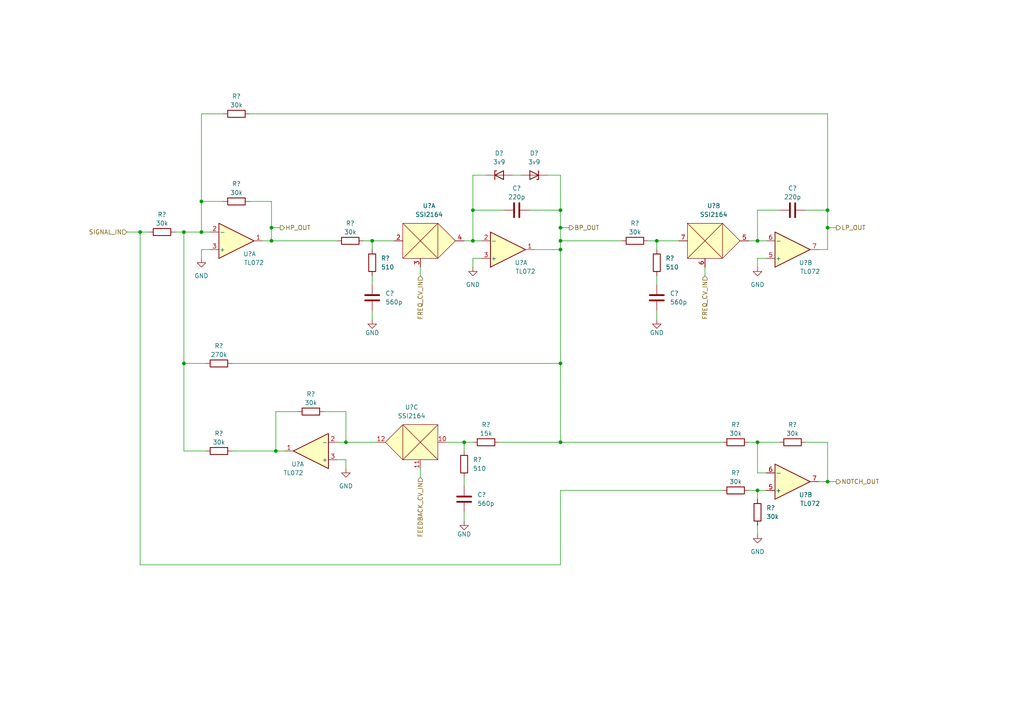
<source format=kicad_sch>
(kicad_sch (version 20211123) (generator eeschema)
  (paper "A4")
  (title_block (title "Josh Ox Ribbon Synth VCF/VCA board") (date "2022-05-30") (rev "0") (comment 1 "creativecommons.org/licenses/by/4.0/") (comment 2 "License: CC by 4.0") (comment 3 "Author: Jordan Aceto") (comment 4 "Author: Jordan Aceto"))
  (lib_symbols
    (symbol "Amplifier_Operational:TL072" (pin_names (offset 0.127))
      (property "Reference" "U" (at 0 5.08 0))
      (property "Value" "TL072" (at 0 -5.08 0))
      (symbol "TL072_1_1"
        (polyline (pts (xy -5.08 5.08) (xy 5.08 0) (xy -5.08 -5.08) (xy -5.08 5.08)) (stroke (width 0.254)) (fill (type background)))
        (pin output line (at 7.62 0 180) (length 2.54) (name "~") (number "1"))
        (pin input line (at -7.62 -2.54 0) (length 2.54) (name "-") (number "2"))
        (pin input line (at -7.62 2.54 0) (length 2.54) (name "+") (number "3"))
      )
      (symbol "TL072_2_1"
        (polyline (pts (xy -5.08 5.08) (xy 5.08 0) (xy -5.08 -5.08) (xy -5.08 5.08)) (stroke (width 0.254)) (fill (type background)))
        (pin input line (at -7.62 2.54 0) (length 2.54) (name "+") (number "5"))
        (pin input line (at -7.62 -2.54 0) (length 2.54) (name "-") (number "6"))
        (pin output line (at 7.62 0 180) (length 2.54) (name "~") (number "7"))
      )
      (symbol "TL072_3_1"
        (pin power_in line (at -2.54 -7.62 90) (length 3.81) (name "V-") (number "4"))
        (pin power_in line (at -2.54 7.62 270) (length 3.81) (name "V+") (number "8"))
      )
    )
    (symbol "Device:C" (pin_numbers hide) (pin_names (offset 0.254))
      (property "Reference" "C" (at 0.635 2.54 0))
      (property "Value" "C" (at 0.635 -2.54 0))
      (symbol "C_0_1"
        (polyline (pts (xy -2.032 -0.762) (xy 2.032 -0.762)) (stroke (width 0.508)))
        (polyline (pts (xy -2.032 0.762) (xy 2.032 0.762)) (stroke (width 0.508)))
      )
      (symbol "C_1_1"
        (pin passive line (at 0 3.81 270) (length 2.794) (name "~") (number "1"))
        (pin passive line (at 0 -3.81 90) (length 2.794) (name "~") (number "2"))
      )
    )
    (symbol "Device:D_Zener" (pin_numbers hide) (pin_names (offset 1.016) hide)
      (property "Reference" "D" (at 0 2.54 0))
      (property "Value" "D_Zener" (at 0 -2.54 0))
      (symbol "D_Zener_0_1"
        (polyline (pts (xy 1.27 0) (xy -1.27 0)))
        (polyline (pts (xy -1.27 -1.27) (xy -1.27 1.27) (xy -0.762 1.27)) (stroke (width 0.254)))
        (polyline (pts (xy 1.27 -1.27) (xy 1.27 1.27) (xy -1.27 0) (xy 1.27 -1.27)) (stroke (width 0.254)))
      )
      (symbol "D_Zener_1_1"
        (pin passive line (at -3.81 0 0) (length 2.54) (name "K") (number "1"))
        (pin passive line (at 3.81 0 180) (length 2.54) (name "A") (number "2"))
      )
    )
    (symbol "Device:R" (pin_numbers hide) (pin_names (offset 0))
      (property "Reference" "R" (at 2.032 0 90))
      (property "Value" "R" (at 0 0 90))
      (symbol "R_0_1"
        (rectangle (start -1.016 -2.54) (end 1.016 2.54) (stroke (width 0.254)))
      )
      (symbol "R_1_1"
        (pin passive line (at 0 3.81 270) (length 1.27) (name "~") (number "1"))
        (pin passive line (at 0 -3.81 90) (length 1.27) (name "~") (number "2"))
      )
    )
    (symbol "custom_symbols:SSI2164" (pin_names (offset 1.016))
      (property "Reference" "U?" (at 0 10.16 0))
      (property "Value" "SSI2164" (at 0 7.62 0))
      (symbol "SSI2164_1_1"
        (rectangle (start -5.08 5.08) (end 5.08 -5.08) (fill (type background)))
        (polyline (pts (xy 5.08 5.08) (xy -5.08 -5.08)))
        (polyline (pts (xy 5.08 5.08) (xy 10.16 0) (xy 5.08 -5.08) (xy -5.08 5.08)) (fill (type background)))
        (pin input line (at -7.62 0 0) (length 2.54) (name "~") (number "2"))
        (pin input line (at 0 -7.62 90) (length 2.54) (name "~") (number "3"))
        (pin output line (at 12.7 0 180) (length 2.54) (name "~") (number "4"))
      )
      (symbol "SSI2164_2_1"
        (rectangle (start -5.08 5.08) (end 5.08 -5.08) (fill (type background)))
        (polyline (pts (xy 5.08 5.08) (xy -5.08 -5.08)))
        (polyline (pts (xy 5.08 5.08) (xy 10.16 0) (xy 5.08 -5.08) (xy -5.08 5.08)) (fill (type background)))
        (pin output line (at 12.7 0 180) (length 2.54) (name "~") (number "5"))
        (pin input line (at 0 -7.62 90) (length 2.54) (name "~") (number "6"))
        (pin input line (at -7.62 0 0) (length 2.54) (name "~") (number "7"))
      )
      (symbol "SSI2164_3_1"
        (rectangle (start -5.08 5.08) (end 5.08 -5.08) (fill (type background)))
        (polyline (pts (xy 5.08 5.08) (xy -5.08 -5.08)))
        (polyline (pts (xy 5.08 5.08) (xy 10.16 0) (xy 5.08 -5.08) (xy -5.08 5.08)) (fill (type background)))
        (pin input line (at -7.62 0 0) (length 2.54) (name "~") (number "10"))
        (pin input line (at 0 -7.62 90) (length 2.54) (name "~") (number "11"))
        (pin output line (at 12.7 0 180) (length 2.54) (name "~") (number "12"))
      )
      (symbol "SSI2164_4_1"
        (rectangle (start -5.08 5.08) (end 5.08 -5.08) (fill (type background)))
        (polyline (pts (xy 5.08 5.08) (xy -5.08 -5.08)))
        (polyline (pts (xy 5.08 5.08) (xy 10.16 0) (xy 5.08 -5.08) (xy -5.08 5.08)) (fill (type background)))
        (pin output line (at 12.7 0 180) (length 2.54) (name "~") (number "13"))
        (pin input line (at 0 -7.62 90) (length 2.54) (name "~") (number "14"))
        (pin input line (at -7.62 0 0) (length 2.54) (name "~") (number "15"))
      )
      (symbol "SSI2164_5_1"
        (pin input line (at 2.54 -10.16 180) (length 2.54) (name "mode") (number "1"))
        (pin power_in line (at 2.54 5.08 180) (length 2.54) (name "V+") (number "16"))
        (pin power_in line (at 2.54 0 180) (length 2.54) (name "gnd") (number "8"))
        (pin power_in line (at 2.54 -5.08 180) (length 2.54) (name "V-") (number "9"))
      )
    )
    (symbol "power:GND" (power) (pin_names (offset 0))
      (property "Value" "GND" (at 0 -3.81 0))
      (symbol "GND_0_1"
        (polyline (pts (xy 0 0) (xy 0 -1.27) (xy 1.27 -1.27) (xy 0 -2.54) (xy -1.27 -1.27) (xy 0 -1.27)))
      )
      (symbol "GND_1_1"
        (pin power_in line (at 0 0 270) (length 0) hide (name "GND") (number "1"))
      )
    )
  )
  (junction (at 78.74 69.85))
  (junction (at 58.42 67.31))
  (junction (at 80.01 130.81))
  (junction (at 107.95 69.85))
  (junction (at 162.56 69.85))
  (junction (at 162.56 128.27))
  (junction (at 219.71 142.24))
  (junction (at 162.56 72.39))
  (junction (at 100.33 128.27))
  (junction (at 58.42 58.42))
  (junction (at 134.62 128.27))
  (junction (at 162.56 60.96))
  (junction (at 219.71 128.27))
  (junction (at 162.56 105.41))
  (junction (at 240.03 66.04))
  (junction (at 240.03 60.96))
  (junction (at 78.74 66.04))
  (junction (at 190.5 69.85))
  (junction (at 40.64 67.31))
  (junction (at 137.16 69.85))
  (junction (at 240.03 139.7))
  (junction (at 162.56 66.04))
  (junction (at 53.34 105.41))
  (junction (at 53.34 67.31))
  (junction (at 219.71 69.85))
  (junction (at 137.16 60.96))
  (wire (pts (xy 190.5 80.01) (xy 190.5 82.55)))
  (wire (pts (xy 78.74 66.04) (xy 81.28 66.04)))
  (wire (pts (xy 153.67 60.96) (xy 162.56 60.96)))
  (wire (pts (xy 129.54 128.27) (xy 134.62 128.27)))
  (wire (pts (xy 162.56 50.8) (xy 162.56 60.96)))
  (wire (pts (xy 162.56 72.39) (xy 162.56 69.85)))
  (wire (pts (xy 58.42 74.93) (xy 58.42 72.39)))
  (wire (pts (xy 219.71 60.96) (xy 226.06 60.96)))
  (wire (pts (xy 162.56 142.24) (xy 209.55 142.24)))
  (wire (pts (xy 137.16 60.96) (xy 146.05 60.96)))
  (wire (pts (xy 162.56 128.27) (xy 209.55 128.27)))
  (wire (pts (xy 162.56 105.41) (xy 162.56 128.27)))
  (wire (pts (xy 240.03 139.7) (xy 242.57 139.7)))
  (wire (pts (xy 58.42 67.31) (xy 58.42 58.42)))
  (wire (pts (xy 78.74 69.85) (xy 97.79 69.85)))
  (wire (pts (xy 58.42 33.02) (xy 58.42 58.42)))
  (wire (pts (xy 36.83 67.31) (xy 40.64 67.31)))
  (wire (pts (xy 53.34 105.41) (xy 59.69 105.41)))
  (wire (pts (xy 134.62 128.27) (xy 137.16 128.27)))
  (wire (pts (xy 240.03 60.96) (xy 240.03 33.02)))
  (wire (pts (xy 237.49 139.7) (xy 240.03 139.7)))
  (wire (pts (xy 222.25 69.85) (xy 219.71 69.85)))
  (wire (pts (xy 107.95 69.85) (xy 114.3 69.85)))
  (wire (pts (xy 80.01 130.81) (xy 67.31 130.81)))
  (wire (pts (xy 219.71 128.27) (xy 226.06 128.27)))
  (wire (pts (xy 107.95 72.39) (xy 107.95 69.85)))
  (wire (pts (xy 107.95 80.01) (xy 107.95 82.55)))
  (wire (pts (xy 217.17 69.85) (xy 219.71 69.85)))
  (wire (pts (xy 219.71 142.24) (xy 222.25 142.24)))
  (wire (pts (xy 134.62 138.43) (xy 134.62 140.97)))
  (wire (pts (xy 58.42 67.31) (xy 60.96 67.31)))
  (wire (pts (xy 53.34 105.41) (xy 53.34 130.81)))
  (wire (pts (xy 134.62 148.59) (xy 134.62 151.13)))
  (wire (pts (xy 78.74 58.42) (xy 72.39 58.42)))
  (wire (pts (xy 78.74 69.85) (xy 78.74 66.04)))
  (wire (pts (xy 139.7 69.85) (xy 137.16 69.85)))
  (wire (pts (xy 190.5 90.17) (xy 190.5 92.71)))
  (wire (pts (xy 40.64 67.31) (xy 40.64 163.83)))
  (wire (pts (xy 134.62 69.85) (xy 137.16 69.85)))
  (wire (pts (xy 219.71 142.24) (xy 219.71 144.78)))
  (wire (pts (xy 59.69 130.81) (xy 53.34 130.81)))
  (wire (pts (xy 190.5 69.85) (xy 196.85 69.85)))
  (wire (pts (xy 219.71 77.47) (xy 219.71 74.93)))
  (wire (pts (xy 80.01 119.38) (xy 86.36 119.38)))
  (wire (pts (xy 100.33 135.89) (xy 100.33 133.35)))
  (wire (pts (xy 107.95 69.85) (xy 105.41 69.85)))
  (wire (pts (xy 137.16 77.47) (xy 137.16 74.93)))
  (wire (pts (xy 40.64 67.31) (xy 43.18 67.31)))
  (wire (pts (xy 233.68 60.96) (xy 240.03 60.96)))
  (wire (pts (xy 162.56 72.39) (xy 162.56 105.41)))
  (wire (pts (xy 100.33 119.38) (xy 93.98 119.38)))
  (wire (pts (xy 76.2 69.85) (xy 78.74 69.85)))
  (wire (pts (xy 40.64 163.83) (xy 162.56 163.83)))
  (wire (pts (xy 240.03 139.7) (xy 240.03 128.27)))
  (wire (pts (xy 80.01 130.81) (xy 80.01 119.38)))
  (wire (pts (xy 190.5 69.85) (xy 187.96 69.85)))
  (wire (pts (xy 97.79 128.27) (xy 100.33 128.27)))
  (wire (pts (xy 100.33 128.27) (xy 109.22 128.27)))
  (wire (pts (xy 190.5 72.39) (xy 190.5 69.85)))
  (wire (pts (xy 58.42 33.02) (xy 64.77 33.02)))
  (wire (pts (xy 121.92 77.47) (xy 121.92 80.01)))
  (wire (pts (xy 58.42 58.42) (xy 64.77 58.42)))
  (wire (pts (xy 78.74 66.04) (xy 78.74 58.42)))
  (wire (pts (xy 82.55 130.81) (xy 80.01 130.81)))
  (wire (pts (xy 100.33 128.27) (xy 100.33 119.38)))
  (wire (pts (xy 137.16 50.8) (xy 137.16 60.96)))
  (wire (pts (xy 162.56 163.83) (xy 162.56 142.24)))
  (wire (pts (xy 97.79 133.35) (xy 100.33 133.35)))
  (wire (pts (xy 219.71 137.16) (xy 222.25 137.16)))
  (wire (pts (xy 67.31 105.41) (xy 162.56 105.41)))
  (wire (pts (xy 240.03 66.04) (xy 240.03 72.39)))
  (wire (pts (xy 219.71 74.93) (xy 222.25 74.93)))
  (wire (pts (xy 162.56 66.04) (xy 165.1 66.04)))
  (wire (pts (xy 107.95 90.17) (xy 107.95 92.71)))
  (wire (pts (xy 121.92 135.89) (xy 121.92 138.43)))
  (wire (pts (xy 148.59 50.8) (xy 151.13 50.8)))
  (wire (pts (xy 240.03 128.27) (xy 233.68 128.27)))
  (wire (pts (xy 162.56 66.04) (xy 162.56 60.96)))
  (wire (pts (xy 162.56 128.27) (xy 144.78 128.27)))
  (wire (pts (xy 219.71 137.16) (xy 219.71 128.27)))
  (wire (pts (xy 240.03 60.96) (xy 240.03 66.04)))
  (wire (pts (xy 240.03 66.04) (xy 242.57 66.04)))
  (wire (pts (xy 137.16 74.93) (xy 139.7 74.93)))
  (wire (pts (xy 204.47 77.47) (xy 204.47 80.01)))
  (wire (pts (xy 72.39 33.02) (xy 240.03 33.02)))
  (wire (pts (xy 154.94 72.39) (xy 162.56 72.39)))
  (wire (pts (xy 58.42 72.39) (xy 60.96 72.39)))
  (wire (pts (xy 53.34 67.31) (xy 58.42 67.31)))
  (wire (pts (xy 162.56 69.85) (xy 180.34 69.85)))
  (wire (pts (xy 217.17 128.27) (xy 219.71 128.27)))
  (wire (pts (xy 162.56 69.85) (xy 162.56 66.04)))
  (wire (pts (xy 50.8 67.31) (xy 53.34 67.31)))
  (wire (pts (xy 53.34 67.31) (xy 53.34 105.41)))
  (wire (pts (xy 217.17 142.24) (xy 219.71 142.24)))
  (wire (pts (xy 134.62 128.27) (xy 134.62 130.81)))
  (wire (pts (xy 219.71 69.85) (xy 219.71 60.96)))
  (wire (pts (xy 237.49 72.39) (xy 240.03 72.39)))
  (wire (pts (xy 158.75 50.8) (xy 162.56 50.8)))
  (wire (pts (xy 219.71 152.4) (xy 219.71 154.94)))
  (wire (pts (xy 137.16 69.85) (xy 137.16 60.96)))
  (wire (pts (xy 140.97 50.8) (xy 137.16 50.8)))
  (hierarchical_label "SIGNAL_IN" (shape input) (at 36.83 67.31 180))
  (hierarchical_label "FREQ_CV_IN" (shape input) (at 121.92 80.01 270))
  (hierarchical_label "BP_OUT" (shape output) (at 165.1 66.04 0))
  (hierarchical_label "HP_OUT" (shape output) (at 81.28 66.04 0))
  (hierarchical_label "FREQ_CV_IN" (shape input) (at 204.47 80.01 270))
  (hierarchical_label "NOTCH_OUT" (shape output) (at 242.57 139.7 0))
  (hierarchical_label "FEEDBACK_CV_IN" (shape input) (at 121.92 138.43 270))
  (hierarchical_label "LP_OUT" (shape output) (at 242.57 66.04 0))
  (symbol (lib_id "power:GND") (at 58.42 74.93 0) (unit 1)
    (property "Reference" "#PWR?" (effects hide))
    (property "Value" "GND" (at 58.42 80.01 0))
  )
  (symbol (lib_id "Device:C") (at 190.5 86.36 0) (unit 1)
    (property "Reference" "C?" (at 194.31 85.0899 0) (effects (justify left)))
    (property "Value" "560p" (at 194.31 87.6299 0) (effects (justify left)))
  )
  (symbol (lib_id "Amplifier_Operational:TL072") (at 68.58 69.85 0) (mirror x) (unit 1)
    (property "Reference" "U?" (at 72.39 73.66 0))
    (property "Value" "TL072" (at 73.66 76.2 0))
    (property "Datasheet" "http://www.ti.com/lit/ds/symlink/tl071.pdf" (effects hide))
  )
  (symbol (lib_id "Device:R") (at 63.5 105.41 90) (unit 1)
    (property "Reference" "R?" (at 63.5 100.33 90))
    (property "Value" "270k" (at 63.5 102.87 90))
  )
  (symbol (lib_id "Amplifier_Operational:TL072") (at 90.17 130.81 180) (unit 1)
    (property "Reference" "U?" (at 86.36 134.62 0))
    (property "Value" "TL072" (at 85.09 137.16 0))
    (property "Datasheet" "http://www.ti.com/lit/ds/symlink/tl071.pdf" (effects hide))
  )
  (symbol (lib_id "power:GND") (at 137.16 77.47 0) (unit 1)
    (property "Reference" "#PWR?" (effects hide))
    (property "Value" "GND" (at 137.16 82.55 0))
  )
  (symbol (lib_id "Device:R") (at 63.5 130.81 90) (unit 1)
    (property "Reference" "R?" (at 63.5 125.73 90))
    (property "Value" "30k" (at 63.5 128.27 90))
  )
  (symbol (lib_id "custom_symbols:SSI2164") (at 121.92 128.27 0) (mirror y) (unit 3)
    (property "Reference" "U?" (at 119.38 118.11 0))
    (property "Value" "SSI2164" (at 119.38 120.65 0))
    (property "Footprint" "Package_SO:SOIC-16_3.9x9.9mm_P1.27mm" (effects hide))
    (property "Datasheet" "https://www.soundsemiconductor.com/downloads/ssi2164datasheet.pdf" (effects hide))
  )
  (symbol (lib_id "Device:C") (at 149.86 60.96 90) (unit 1)
    (property "Reference" "C?" (at 149.86 54.61 90))
    (property "Value" "220p" (at 149.86 57.15 90))
  )
  (symbol (lib_id "Device:R") (at 68.58 58.42 90) (unit 1)
    (property "Reference" "R?" (at 68.58 53.34 90))
    (property "Value" "30k" (at 68.58 55.88 90))
  )
  (symbol (lib_id "Device:R") (at 46.99 67.31 90) (unit 1)
    (property "Reference" "R?" (at 46.99 62.23 90))
    (property "Value" "30k" (at 46.99 64.77 90))
  )
  (symbol (lib_id "Device:R") (at 107.95 76.2 0) (unit 1)
    (property "Reference" "R?" (at 110.49 74.9299 0) (effects (justify left)))
    (property "Value" "510" (at 110.49 77.4699 0) (effects (justify left)))
  )
  (symbol (lib_id "Amplifier_Operational:TL072") (at 229.87 72.39 0) (mirror x) (unit 2)
    (property "Reference" "U?" (at 233.68 76.2 0))
    (property "Value" "TL072" (at 234.95 78.74 0))
    (property "Datasheet" "http://www.ti.com/lit/ds/symlink/tl071.pdf" (effects hide))
  )
  (symbol (lib_id "Device:R") (at 68.58 33.02 90) (unit 1)
    (property "Reference" "R?" (at 68.58 27.94 90))
    (property "Value" "30k" (at 68.58 30.48 90))
  )
  (symbol (lib_id "Device:R") (at 101.6 69.85 90) (unit 1)
    (property "Reference" "R?" (at 101.6 64.77 90))
    (property "Value" "30k" (at 101.6 67.31 90))
  )
  (symbol (lib_id "Device:R") (at 213.36 128.27 90) (unit 1)
    (property "Reference" "R?" (at 213.36 123.19 90))
    (property "Value" "30k" (at 213.36 125.73 90))
  )
  (symbol (lib_id "power:GND") (at 190.5 92.71 0) (unit 1)
    (property "Reference" "#PWR?" (effects hide))
    (property "Value" "GND" (at 190.5 96.52 0))
  )
  (symbol (lib_id "power:GND") (at 107.95 92.71 0) (unit 1)
    (property "Reference" "#PWR?" (effects hide))
    (property "Value" "GND" (at 107.95 96.52 0))
  )
  (symbol (lib_id "Device:R") (at 229.87 128.27 90) (unit 1)
    (property "Reference" "R?" (at 229.87 123.19 90))
    (property "Value" "30k" (at 229.87 125.73 90))
  )
  (symbol (lib_id "Device:C") (at 229.87 60.96 90) (unit 1)
    (property "Reference" "C?" (at 229.87 54.61 90))
    (property "Value" "220p" (at 229.87 57.15 90))
  )
  (symbol (lib_id "power:GND") (at 100.33 135.89 0) (mirror y) (unit 1)
    (property "Reference" "#PWR?" (effects hide))
    (property "Value" "~" (at 100.33 140.97 0))
  )
  (symbol (lib_id "Device:R") (at 184.15 69.85 90) (unit 1)
    (property "Reference" "R?" (at 184.15 64.77 90))
    (property "Value" "30k" (at 184.15 67.31 90))
  )
  (symbol (lib_id "power:GND") (at 219.71 77.47 0) (unit 1)
    (property "Reference" "#PWR?" (effects hide))
    (property "Value" "GND" (at 219.71 82.55 0))
  )
  (symbol (lib_id "Device:C") (at 107.95 86.36 0) (unit 1)
    (property "Reference" "C?" (at 111.76 85.0899 0) (effects (justify left)))
    (property "Value" "560p" (at 111.76 87.6299 0) (effects (justify left)))
  )
  (symbol (lib_id "Device:C") (at 134.62 144.78 0) (unit 1)
    (property "Reference" "C?" (at 138.43 143.5099 0) (effects (justify left)))
    (property "Value" "560p" (at 138.43 146.0499 0) (effects (justify left)))
  )
  (symbol (lib_id "Device:R") (at 213.36 142.24 90) (unit 1)
    (property "Reference" "R?" (at 213.36 137.16 90))
    (property "Value" "30k" (at 213.36 139.7 90))
  )
  (symbol (lib_id "Amplifier_Operational:TL072") (at 147.32 72.39 0) (mirror x) (unit 1)
    (property "Reference" "U?" (at 151.13 76.2 0))
    (property "Value" "TL072" (at 152.4 78.74 0))
    (property "Datasheet" "http://www.ti.com/lit/ds/symlink/tl071.pdf" (effects hide))
  )
  (symbol (lib_id "Device:R") (at 219.71 148.59 0) (unit 1)
    (property "Reference" "R?" (at 222.25 147.3199 0) (effects (justify left)))
    (property "Value" "30k" (at 222.25 149.8599 0) (effects (justify left)))
  )
  (symbol (lib_id "custom_symbols:SSI2164") (at 121.92 69.85 0) (unit 1)
    (property "Reference" "U?" (at 124.46 59.69 0))
    (property "Value" "SSI2164" (at 124.46 62.23 0))
    (property "Footprint" "Package_SO:SOIC-16_3.9x9.9mm_P1.27mm" (effects hide))
    (property "Datasheet" "https://www.soundsemiconductor.com/downloads/ssi2164datasheet.pdf" (effects hide))
  )
  (symbol (lib_id "Device:R") (at 190.5 76.2 0) (unit 1)
    (property "Reference" "R?" (at 193.04 74.9299 0) (effects (justify left)))
    (property "Value" "510" (at 193.04 77.4699 0) (effects (justify left)))
  )
  (symbol (lib_id "Device:R") (at 134.62 134.62 0) (unit 1)
    (property "Reference" "R?" (at 137.16 133.3499 0) (effects (justify left)))
    (property "Value" "510" (at 137.16 135.8899 0) (effects (justify left)))
  )
  (symbol (lib_id "power:GND") (at 219.71 154.94 0) (unit 1)
    (property "Reference" "#PWR?" (effects hide))
    (property "Value" "GND" (at 219.71 160.02 0))
  )
  (symbol (lib_id "Device:D_Zener") (at 144.78 50.8 0) (unit 1)
    (property "Reference" "D?" (at 144.78 44.45 0))
    (property "Value" "3v9" (at 144.78 46.99 0))
  )
  (symbol (lib_id "Device:D_Zener") (at 154.94 50.8 180) (unit 1)
    (property "Reference" "D?" (at 154.94 44.45 0))
    (property "Value" "3v9" (at 154.94 46.99 0))
  )
  (symbol (lib_id "custom_symbols:SSI2164") (at 204.47 69.85 0) (unit 2)
    (property "Reference" "U?" (at 207.01 59.69 0))
    (property "Value" "SSI2164" (at 207.01 62.23 0))
    (property "Footprint" "Package_SO:SOIC-16_3.9x9.9mm_P1.27mm" (effects hide))
    (property "Datasheet" "https://www.soundsemiconductor.com/downloads/ssi2164datasheet.pdf" (effects hide))
  )
  (symbol (lib_id "Device:R") (at 90.17 119.38 270) (mirror x) (unit 1)
    (property "Reference" "R?" (at 90.17 114.3 90))
    (property "Value" "30k" (at 90.17 116.84 90))
  )
  (symbol (lib_id "Device:R") (at 140.97 128.27 90) (unit 1)
    (property "Reference" "R?" (at 140.97 123.19 90))
    (property "Value" "15k" (at 140.97 125.73 90))
  )
  (symbol (lib_id "power:GND") (at 134.62 151.13 0) (unit 1)
    (property "Reference" "#PWR?" (effects hide))
    (property "Value" "GND" (at 134.62 154.94 0))
  )
  (symbol (lib_id "Amplifier_Operational:TL072") (at 229.87 139.7 0) (mirror x) (unit 2)
    (property "Reference" "U?" (at 233.68 143.51 0))
    (property "Value" "TL072" (at 234.95 146.05 0))
    (property "Datasheet" "http://www.ti.com/lit/ds/symlink/tl071.pdf" (effects hide))
  )
)
</source>
